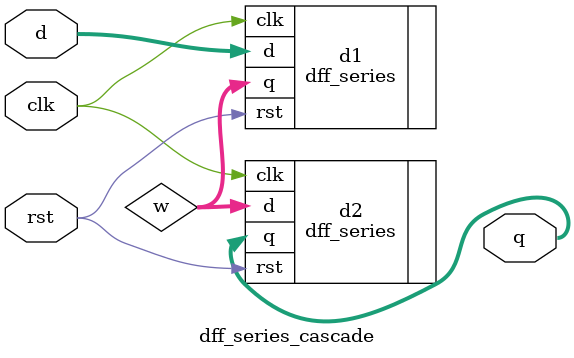
<source format=v>
module dff_series_cascade #(parameter n = 16)(
	input clk,rst,
	input [n-1:0]d,
	output [n-1:0]q
);

wire [n-1:0]w;
dff_series #(.m(16),.n(12)) d1(.clk(clk),.rst(rst),.d(d),.q(w));
dff_series #(n) d2(.clk(clk),.rst(rst),.d(w),.q(q));


/*defparam d1.n = n;
dff_series d1(.clk(clk),.rst(rst),.d(d),.q(w));
defparam d2.n=16;
dff_series d2(.clk(clk),.rst(rst),.d(w),.q(q));
*/
endmodule 
</source>
